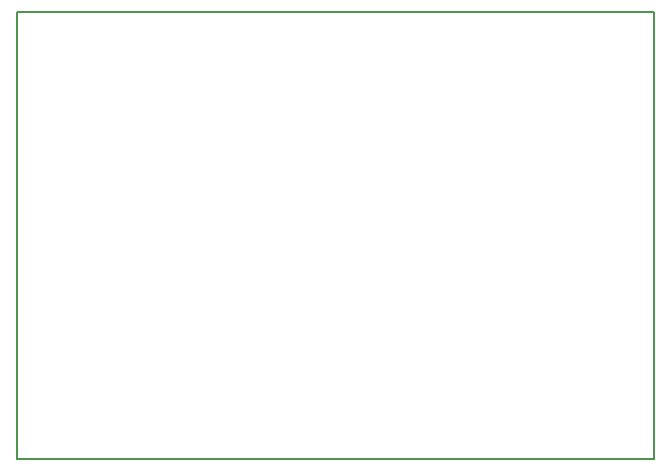
<source format=gm1>
G04 MADE WITH FRITZING*
G04 WWW.FRITZING.ORG*
G04 DOUBLE SIDED*
G04 HOLES PLATED*
G04 CONTOUR ON CENTER OF CONTOUR VECTOR*
%ASAXBY*%
%FSLAX23Y23*%
%MOIN*%
%OFA0B0*%
%SFA1.0B1.0*%
%ADD10R,2.130230X1.494870*%
%ADD11C,0.008000*%
%ADD10C,0.008*%
%LNCONTOUR*%
G90*
G70*
G54D10*
G54D11*
X4Y1491D02*
X2126Y1491D01*
X2126Y4D01*
X4Y4D01*
X4Y1491D01*
D02*
G04 End of contour*
M02*
</source>
